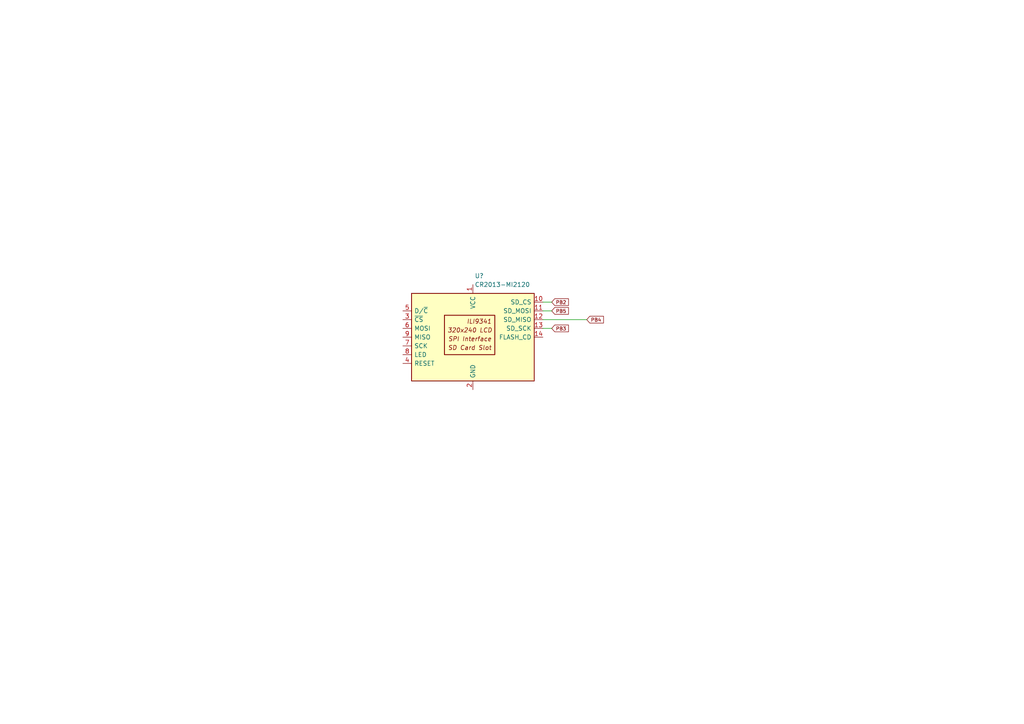
<source format=kicad_sch>
(kicad_sch (version 20211123) (generator eeschema)

  (uuid 3e4d20ed-557e-4cff-9f91-598a72ef8c78)

  (paper "A4")

  (lib_symbols
    (symbol "Driver_Display:CR2013-MI2120" (pin_names (offset 0.762)) (in_bom yes) (on_board yes)
      (property "Reference" "U" (id 0) (at -17.526 13.97 0)
        (effects (font (size 1.27 1.27)) (justify left))
      )
      (property "Value" "CR2013-MI2120" (id 1) (at 1.905 13.97 0)
        (effects (font (size 1.27 1.27)) (justify left))
      )
      (property "Footprint" "Display:CR2013-MI2120" (id 2) (at 0 -17.78 0)
        (effects (font (size 1.27 1.27)) hide)
      )
      (property "Datasheet" "http://pan.baidu.com/s/11Y990" (id 3) (at -16.51 12.7 0)
        (effects (font (size 1.27 1.27)) hide)
      )
      (property "ki_keywords" "driver display" (id 4) (at 0 0 0)
        (effects (font (size 1.27 1.27)) hide)
      )
      (property "ki_description" "ILI9341 controller, SPI TFT LCD Display, 9-pin breakout PCB, 4-pin SD card interface, 5V/3.3V" (id 5) (at 0 0 0)
        (effects (font (size 1.27 1.27)) hide)
      )
      (property "ki_fp_filters" "*CR2013*MI2120*" (id 6) (at 0 0 0)
        (effects (font (size 1.27 1.27)) hide)
      )
      (symbol "CR2013-MI2120_0_0"
        (text "320x240 LCD" (at 0.889 2.032 0)
          (effects (font (size 1.27 1.27) italic))
        )
        (text "ILI9341" (at -5.461 4.572 0)
          (effects (font (size 1.27 1.27) italic) (justify left))
        )
        (text "SD Card Slot" (at -5.461 -3.048 0)
          (effects (font (size 1.27 1.27) italic) (justify left))
        )
        (text "SPI Interface" (at -5.461 -0.508 0)
          (effects (font (size 1.27 1.27) italic) (justify left))
        )
      )
      (symbol "CR2013-MI2120_0_1"
        (rectangle (start -17.78 12.7) (end 17.78 -12.7)
          (stroke (width 0.254) (type default) (color 0 0 0 0))
          (fill (type background))
        )
        (rectangle (start -6.35 6.35) (end 8.255 -5.08)
          (stroke (width 0.254) (type default) (color 0 0 0 0))
          (fill (type none))
        )
      )
      (symbol "CR2013-MI2120_1_1"
        (pin power_in line (at 0 15.24 270) (length 2.54)
          (name "VCC" (effects (font (size 1.27 1.27))))
          (number "1" (effects (font (size 1.27 1.27))))
        )
        (pin input line (at -20.32 10.16 0) (length 2.54)
          (name "SD_CS" (effects (font (size 1.27 1.27))))
          (number "10" (effects (font (size 1.27 1.27))))
        )
        (pin input line (at -20.32 7.62 0) (length 2.54)
          (name "SD_MOSI" (effects (font (size 1.27 1.27))))
          (number "11" (effects (font (size 1.27 1.27))))
        )
        (pin output line (at -20.32 5.08 0) (length 2.54)
          (name "SD_MISO" (effects (font (size 1.27 1.27))))
          (number "12" (effects (font (size 1.27 1.27))))
        )
        (pin input line (at -20.32 2.54 0) (length 2.54)
          (name "SD_SCK" (effects (font (size 1.27 1.27))))
          (number "13" (effects (font (size 1.27 1.27))))
        )
        (pin input line (at -20.32 0 0) (length 2.54)
          (name "FLASH_CD" (effects (font (size 1.27 1.27))))
          (number "14" (effects (font (size 1.27 1.27))))
        )
        (pin power_in line (at 0 -15.24 90) (length 2.54)
          (name "GND" (effects (font (size 1.27 1.27))))
          (number "2" (effects (font (size 1.27 1.27))))
        )
        (pin input line (at 20.32 5.08 180) (length 2.54)
          (name "~{CS}" (effects (font (size 1.27 1.27))))
          (number "3" (effects (font (size 1.27 1.27))))
        )
        (pin input line (at 20.32 -7.62 180) (length 2.54)
          (name "RESET" (effects (font (size 1.27 1.27))))
          (number "4" (effects (font (size 1.27 1.27))))
        )
        (pin input line (at 20.32 7.62 180) (length 2.54)
          (name "D/~{C}" (effects (font (size 1.27 1.27))))
          (number "5" (effects (font (size 1.27 1.27))))
        )
        (pin input line (at 20.32 2.54 180) (length 2.54)
          (name "MOSI" (effects (font (size 1.27 1.27))))
          (number "6" (effects (font (size 1.27 1.27))))
        )
        (pin input line (at 20.32 -2.54 180) (length 2.54)
          (name "SCK" (effects (font (size 1.27 1.27))))
          (number "7" (effects (font (size 1.27 1.27))))
        )
        (pin input line (at 20.32 -5.08 180) (length 2.54)
          (name "LED" (effects (font (size 1.27 1.27))))
          (number "8" (effects (font (size 1.27 1.27))))
        )
        (pin output line (at 20.32 0 180) (length 2.54)
          (name "MISO" (effects (font (size 1.27 1.27))))
          (number "9" (effects (font (size 1.27 1.27))))
        )
      )
    )
  )


  (wire (pts (xy 157.48 87.63) (xy 160.02 87.63))
    (stroke (width 0) (type default) (color 0 0 0 0))
    (uuid 0b588060-b5d7-4a4c-b875-610a8c965b41)
  )
  (wire (pts (xy 157.48 90.17) (xy 160.02 90.17))
    (stroke (width 0) (type default) (color 0 0 0 0))
    (uuid 1b3bd359-65ce-4810-a6fb-3ee192b65bcc)
  )
  (wire (pts (xy 157.48 92.71) (xy 170.18 92.71))
    (stroke (width 0) (type default) (color 0 0 0 0))
    (uuid 41330965-8d0b-47c2-a791-b7b05bbbc6ae)
  )
  (wire (pts (xy 157.48 95.25) (xy 160.02 95.25))
    (stroke (width 0) (type default) (color 0 0 0 0))
    (uuid 98a83d5a-45c5-4f73-830b-e90e0913e091)
  )

  (global_label "PB5" (shape input) (at 160.02 90.17 0) (fields_autoplaced)
    (effects (font (size 1 1)) (justify left))
    (uuid 6e87effa-058d-47ab-90ed-b67547aa0c21)
    (property "Intersheet References" "${INTERSHEET_REFS}" (id 0) (at 164.8724 90.1075 0)
      (effects (font (size 1 1)) (justify left) hide)
    )
  )
  (global_label "PB4" (shape input) (at 170.18 92.71 0) (fields_autoplaced)
    (effects (font (size 1 1)) (justify left))
    (uuid a3b9b222-70cd-4e18-b2ff-62364a4566bc)
    (property "Intersheet References" "${INTERSHEET_REFS}" (id 0) (at 175.0324 92.6475 0)
      (effects (font (size 1 1)) (justify left) hide)
    )
  )
  (global_label "PB3" (shape input) (at 160.02 95.25 0) (fields_autoplaced)
    (effects (font (size 1 1)) (justify left))
    (uuid f5718aed-e78c-4988-be8d-424d218ce4f0)
    (property "Intersheet References" "${INTERSHEET_REFS}" (id 0) (at 164.8724 95.1875 0)
      (effects (font (size 1 1)) (justify left) hide)
    )
  )
  (global_label "PB2" (shape input) (at 160.02 87.63 0) (fields_autoplaced)
    (effects (font (size 1 1)) (justify left))
    (uuid fc0565ea-1d5d-435e-b5b1-7393577a4db2)
    (property "Intersheet References" "${INTERSHEET_REFS}" (id 0) (at 164.8724 87.5675 0)
      (effects (font (size 1 1)) (justify left) hide)
    )
  )

  (symbol (lib_id "Driver_Display:CR2013-MI2120") (at 137.16 97.79 0) (mirror y) (unit 1)
    (in_bom yes) (on_board yes) (fields_autoplaced)
    (uuid fd2fe725-2e8e-4ca7-99d3-7b3435aa35ce)
    (property "Reference" "U?" (id 0) (at 137.6806 80.01 0)
      (effects (font (size 1.27 1.27)) (justify right))
    )
    (property "Value" "CR2013-MI2120" (id 1) (at 137.6806 82.55 0)
      (effects (font (size 1.27 1.27)) (justify right))
    )
    (property "Footprint" "Display:CR2013-MI2120" (id 2) (at 137.16 115.57 0)
      (effects (font (size 1.27 1.27)) hide)
    )
    (property "Datasheet" "http://pan.baidu.com/s/11Y990" (id 3) (at 153.67 85.09 0)
      (effects (font (size 1.27 1.27)) hide)
    )
    (pin "1" (uuid 97c7e9e5-4f32-4e55-b3b7-7e3fb6cab8f5))
    (pin "10" (uuid 76614a5a-552f-48c5-9339-e4854501077b))
    (pin "11" (uuid 5b800698-3c97-452e-8df9-8c4f6adbb635))
    (pin "12" (uuid 5a60408e-4e9c-4d9b-88ec-13739fe73872))
    (pin "13" (uuid 06cf377c-dc3f-4f1f-bd2d-60dde383a89b))
    (pin "14" (uuid 2318661d-6bb1-469a-97b5-564ce9bdd6cf))
    (pin "2" (uuid 5705c54c-197b-4fc6-a9b7-9fa5a7bbe867))
    (pin "3" (uuid 3b79b812-b444-476d-85a4-72cc6ed6a956))
    (pin "4" (uuid a455b318-3652-4ddc-a790-560189b54ce2))
    (pin "5" (uuid d2241bd4-5817-4b6b-a5f7-fd5c9aea95fc))
    (pin "6" (uuid 5043b723-ff4e-4796-9333-bf2490251f9d))
    (pin "7" (uuid 891a45d4-5c36-41c0-af9a-150ee033f7d7))
    (pin "8" (uuid a147563f-ed47-42fb-ba0c-8d65d8f2f34b))
    (pin "9" (uuid 19fde794-348b-41dd-a342-74b79278481e))
  )

  (sheet_instances
    (path "/" (page "1"))
  )

  (symbol_instances
    (path "/fd2fe725-2e8e-4ca7-99d3-7b3435aa35ce"
      (reference "U?") (unit 1) (value "CR2013-MI2120") (footprint "Display:CR2013-MI2120")
    )
  )
)

</source>
